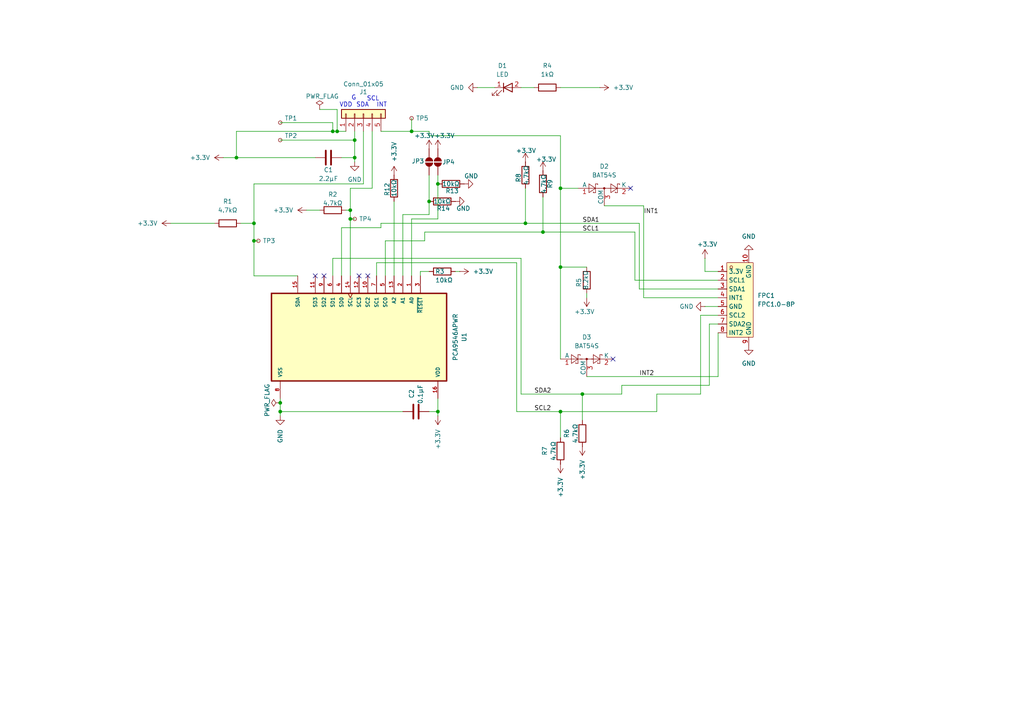
<source format=kicad_sch>
(kicad_sch (version 20250114) (generator "eeschema") (generator_version "9.0")
  (paper "A4")
  (title_block (title "Motion Play Sensor PCB") (date "2025-09-09") (rev "4.0"))
  (lib_symbols
    (symbol "Connector:TestPoint_Small" (pin_numbers (hide yes)) (pin_names (offset 0.762) (hide yes))
      (property "Reference" "TP" (at 0 3.81 0))
      (property "Value" "TestPoint_Small" (at 0 2.032 0))
      (symbol "TestPoint_Small_0_1"
        (circle (center 0 0) (radius 0.508))
      )
      (symbol "TestPoint_Small_1_1"
        (pin passive line (at 0 0 90) (length 0) (name "1") (number "1"))
      )
    )
    (symbol "Connector_Generic:Conn_01x05" (pin_names (offset 1.016) (hide yes))
      (property "Reference" "J" (at 0 7.62 0))
      (property "Value" "Conn_01x05" (at 0 -7.62 0))
      (symbol "Conn_01x05_1_1"
        (rectangle (start -1.27 6.35) (end 1.27 -6.35) (stroke (width 0.254)) (fill (type background)))
        (rectangle (start -1.27 5.207) (end 0 4.953) (stroke (width 0.1524)))
        (rectangle (start -1.27 2.667) (end 0 2.413) (stroke (width 0.1524)))
        (rectangle (start -1.27 0.127) (end 0 -0.127) (stroke (width 0.1524)))
        (rectangle (start -1.27 -2.413) (end 0 -2.667) (stroke (width 0.1524)))
        (rectangle (start -1.27 -4.953) (end 0 -5.207) (stroke (width 0.1524)))
        (pin passive line (at -5.08 5.08 0) (length 3.81) (name "Pin_1") (number "1"))
        (pin passive line (at -5.08 2.54 0) (length 3.81) (name "Pin_2") (number "2"))
        (pin passive line (at -5.08 0 0) (length 3.81) (name "Pin_3") (number "3"))
        (pin passive line (at -5.08 -2.54 0) (length 3.81) (name "Pin_4") (number "4"))
        (pin passive line (at -5.08 -5.08 0) (length 3.81) (name "Pin_5") (number "5"))
      )
    )
    (symbol "Device:C" (pin_numbers (hide yes)) (pin_names (offset 0.254))
      (property "Reference" "C" (at 0.635 2.54 0))
      (property "Value" "C" (at 0.635 -2.54 0))
      (symbol "C_0_1"
        (polyline (pts (xy -2.032 0.762) (xy 2.032 0.762)) (stroke (width 0.508)))
        (polyline (pts (xy -2.032 -0.762) (xy 2.032 -0.762)) (stroke (width 0.508)))
      )
      (symbol "C_1_1"
        (pin passive line (at 0 3.81 270) (length 2.794) (name "~") (number "1"))
        (pin passive line (at 0 -3.81 90) (length 2.794) (name "~") (number "2"))
      )
    )
    (symbol "Device:LED" (pin_names (offset 1.016) (hide yes))
      (property "Reference" "D" (at 0 2.54 0))
      (property "Value" "LED" (at 0 -2.54 0))
      (symbol "LED_0_1"
        (polyline (pts (xy -3.048 -0.762) (xy -4.572 -2.286) (xy -3.81 -2.286) (xy -4.572 -2.286) (xy -4.572 -1.524)))
        (polyline (pts (xy -1.778 -0.762) (xy -3.302 -2.286) (xy -2.54 -2.286) (xy -3.302 -2.286) (xy -3.302 -1.524)))
        (polyline (pts (xy -1.27 0) (xy 1.27 0)))
        (polyline (pts (xy -1.27 -1.27) (xy -1.27 1.27)) (stroke (width 0.254)))
        (polyline (pts (xy 1.27 -1.27) (xy 1.27 1.27) (xy -1.27 0) (xy 1.27 -1.27)) (stroke (width 0.254)))
      )
      (symbol "LED_1_1"
        (pin passive line (at -3.81 0 0) (length 2.54) (name "K") (number "1"))
        (pin passive line (at 3.81 0 180) (length 2.54) (name "A") (number "2"))
      )
    )
    (symbol "Device:R" (pin_numbers (hide yes)) (pin_names (offset 0))
      (property "Reference" "R" (at 2.032 0 90))
      (property "Value" "R" (at 0 0 90))
      (symbol "R_0_1"
        (rectangle (start -1.016 -2.54) (end 1.016 2.54) (stroke (width 0.254)))
      )
      (symbol "R_1_1"
        (pin passive line (at 0 3.81 270) (length 1.27) (name "~") (number "1"))
        (pin passive line (at 0 -3.81 90) (length 1.27) (name "~") (number "2"))
      )
    )
    (symbol "Diode:BAT54S" (pin_names (offset 0))
      (property "Reference" "D" (at 2.54 -5.08 0))
      (property "Value" "BAT54S" (at -6.35 3.175 0))
      (symbol "BAT54S_0_1"
        (polyline (pts (xy -4.445 1.27) (xy -4.445 -1.27) (xy -2.54 0) (xy -4.445 1.27)))
        (polyline (pts (xy -3.81 0) (xy -1.27 0)))
        (polyline (pts (xy -3.175 -1.27) (xy -3.175 -1.016)))
        (polyline (pts (xy -2.54 1.27) (xy -1.905 1.27)))
        (polyline (pts (xy -2.54 -1.27) (xy -3.175 -1.27)))
        (polyline (pts (xy -2.54 -1.27) (xy -2.54 1.27)))
        (polyline (pts (xy -1.905 1.27) (xy -1.905 1.016)))
        (polyline (pts (xy -1.905 0) (xy 1.905 0)))
        (circle (center 0 0) (radius 0.254) (fill (type outline)))
        (polyline (pts (xy 1.27 0) (xy 3.81 0)))
        (polyline (pts (xy 1.905 1.27) (xy 1.905 -1.27) (xy 3.81 0) (xy 1.905 1.27)))
        (polyline (pts (xy 3.175 -1.27) (xy 3.175 -1.016)))
        (polyline (pts (xy 3.81 1.27) (xy 4.445 1.27)))
        (polyline (pts (xy 3.81 -1.27) (xy 3.175 -1.27)))
        (polyline (pts (xy 3.81 -1.27) (xy 3.81 1.27)))
        (polyline (pts (xy 4.445 1.27) (xy 4.445 1.016)))
      )
      (symbol "BAT54S_1_1"
        (pin passive line (at -7.62 0 0) (length 3.81) (name "A") (number "1"))
        (pin passive line (at 0 -5.08 90) (length 5.08) (name "COM") (number "3"))
        (pin passive line (at 7.62 0 180) (length 3.81) (name "K") (number "2"))
      )
    )
    (symbol "Jumper:SolderJumper_2_Open" (pin_numbers (hide yes)) (pin_names (offset 0) (hide yes)) (in_bom no)
      (property "Reference" "JP" (at 0 2.032 0))
      (property "Value" "SolderJumper_2_Open" (at 0 -2.54 0))
      (symbol "SolderJumper_2_Open_0_1"
        (polyline (pts (xy -0.254 1.016) (xy -0.254 -1.016)))
        (arc (start -0.254 -1.016) (mid -1.2656 0) (end -0.254 1.016))
        (arc (start -0.254 -1.016) (mid -1.2656 0) (end -0.254 1.016) (fill (type outline)))
        (arc (start 0.254 1.016) (mid 1.2656 0) (end 0.254 -1.016))
        (arc (start 0.254 1.016) (mid 1.2656 0) (end 0.254 -1.016) (fill (type outline)))
        (polyline (pts (xy 0.254 1.016) (xy 0.254 -1.016)))
      )
      (symbol "SolderJumper_2_Open_1_1"
        (pin passive line (at -3.81 0 0) (length 2.54) (name "A") (number "1"))
        (pin passive line (at 3.81 0 180) (length 2.54) (name "B") (number "2"))
      )
    )
    (symbol "easyeda2kicad:FPC1.0-8P"
      (property "Reference" "FPC1" (at 6.35 1.9051 0))
      (property "Value" "FPC1.0-8P" (at 6.35 -0.6349 0))
      (symbol "FPC1.0-8P_0_1"
        (rectangle (start -2.54 11.43) (end 5.08 -10.16) (fill (type background)))
        (circle (center -1.27 10.16) (radius 0.38))
        (pin power_out line (at -5.08 8.89 0) (length 2.54) (name "3.3V") (number "1"))
      )
      (symbol "FPC1.0-8P_1_1"
        (pin bidirectional line (at -5.08 6.35 0) (length 2.54) (name "SCL1") (number "2"))
        (pin bidirectional line (at -5.08 3.81 0) (length 2.54) (name "SDA1") (number "3"))
        (pin input line (at -5.08 1.27 0) (length 2.54) (name "INT1") (number "4"))
        (pin power_in line (at -5.08 -1.27 0) (length 2.54) (name "GND") (number "5"))
        (pin bidirectional line (at -5.08 -3.81 0) (length 2.54) (name "SCL2") (number "6"))
        (pin bidirectional line (at -5.08 -6.35 0) (length 2.54) (name "SDA2") (number "7"))
        (pin input line (at -5.08 -8.89 0) (length 2.54) (name "INT2") (number "8"))
        (pin power_in line (at 3.81 13.97 270) (length 2.54) (name "GND") (number "10"))
        (pin power_in line (at 3.81 -12.7 90) (length 2.54) (name "GND") (number "9"))
      )
    )
    (symbol "motion-play-symbols:PCA9546APWR" (pin_names (offset 1.016))
      (property "Reference" "U1" (at 0 30.48 0))
      (property "Value" "PCA9546APWR" (at 0 27.94 0))
      (symbol "PCA9546APWR_0_0"
        (rectangle (start -12.7 -25.4) (end 12.7 25.4) (stroke (width 0.41)) (fill (type background)))
        (pin input line (at -17.78 17.78 0) (length 5.08) (name "~{RESET}") (number "3"))
        (pin input line (at -17.78 15.24 0) (length 5.08) (name "A0") (number "1"))
        (pin input line (at -17.78 12.7 0) (length 5.08) (name "A1") (number "2"))
        (pin input line (at -17.78 10.16 0) (length 5.08) (name "A2") (number "13"))
        (pin input clock (at -17.78 -2.54 0) (length 5.08) (name "SCL") (number "14"))
        (pin input line (at -17.78 -5.08 0) (length 5.08) (name "SD0") (number "4"))
        (pin input line (at -17.78 -7.62 0) (length 5.08) (name "SD1") (number "6"))
        (pin input line (at -17.78 -10.16 0) (length 5.08) (name "SD2") (number "9"))
        (pin input line (at -17.78 -12.7 0) (length 5.08) (name "SD3") (number "11"))
        (pin bidirectional line (at -17.78 -17.78 0) (length 5.08) (name "SDA") (number "15"))
        (pin power_in line (at 17.78 22.86 180) (length 5.08) (name "VDD") (number "16"))
        (pin power_in line (at 17.78 -22.86 180) (length 5.08) (name "VSS") (number "8"))
      )
      (symbol "PCA9546APWR_1_0"
        (pin bidirectional line (at -17.78 7.62 0) (length 5.08) (name "SC0") (number "5"))
        (pin bidirectional line (at -17.78 5.08 0) (length 5.08) (name "SC1") (number "7"))
        (pin bidirectional line (at -17.78 2.54 0) (length 5.08) (name "SC2") (number "10"))
        (pin bidirectional line (at -17.78 0 0) (length 5.08) (name "SC3") (number "12"))
      )
    )
    (symbol "power:+3.3V" (power) (pin_numbers (hide yes)) (pin_names (offset 0) (hide yes))
      (property "Value" "+3.3V" (at 0 3.556 0))
      (symbol "+3.3V_0_1"
        (polyline (pts (xy -0.762 1.27) (xy 0 2.54)))
        (polyline (pts (xy 0 2.54) (xy 0.762 1.27)))
        (polyline (pts (xy 0 0) (xy 0 2.54)))
      )
      (symbol "+3.3V_1_1"
        (pin power_in line (at 0 0 90) (length 0) (name "~") (number "1"))
      )
    )
    (symbol "power:GND" (power) (pin_numbers (hide yes)) (pin_names (offset 0) (hide yes))
      (property "Value" "GND" (at 0 -3.81 0))
      (symbol "GND_0_1"
        (polyline (pts (xy 0 0) (xy 0 -1.27) (xy 1.27 -1.27) (xy 0 -2.54) (xy -1.27 -1.27) (xy 0 -1.27)))
      )
      (symbol "GND_1_1"
        (pin power_in line (at 0 0 270) (length 0) (name "~") (number "1"))
      )
    )
    (symbol "power:PWR_FLAG" (power) (pin_numbers (hide yes)) (pin_names (offset 0) (hide yes))
      (property "Value" "PWR_FLAG" (at 0 3.81 0))
      (symbol "PWR_FLAG_0_0"
        (pin power_out line (at 0 0 90) (length 0) (name "~") (number "1"))
      )
      (symbol "PWR_FLAG_0_1"
        (polyline (pts (xy 0 0) (xy 0 1.27) (xy -1.016 1.905) (xy 0 2.54) (xy 1.016 1.905) (xy 0 1.27)))
      )
    )
  )
  (text "SDA" (at 105.156 30.48 0) (effects (font (size 1.27 1.27))))
  (text "G" (at 102.616 28.448 0) (effects (font (size 1.27 1.27))))
  (text "SCL" (at 108.204 28.702 0) (effects (font (size 1.27 1.27))))
  (text "VDD" (at 100.33 30.48 0) (effects (font (size 1.27 1.27))))
  (text "INT" (at 110.744 30.48 0) (effects (font (size 1.27 1.27))))
  (junction (at 119.38 38.1))
  (junction (at 162.56 119.38))
  (junction (at 162.56 54.61))
  (junction (at 124.46 58.42))
  (junction (at 101.6 60.96))
  (junction (at 96.52 38.1))
  (junction (at 162.56 77.47))
  (junction (at 127 53.34))
  (junction (at 127 119.38))
  (junction (at 73.66 69.85))
  (junction (at 81.28 116.84))
  (junction (at 97.79 38.1))
  (junction (at 101.6 63.5))
  (junction (at 73.66 64.77))
  (junction (at 152.4 64.77))
  (junction (at 81.28 119.38))
  (junction (at 157.48 67.31))
  (junction (at 102.87 40.64))
  (junction (at 168.91 114.3))
  (junction (at 68.58 45.72))
  (junction (at 102.87 45.72))
  (no_connect (at 177.8 104.14))
  (no_connect (at 91.44 80.01))
  (no_connect (at 93.98 80.01))
  (no_connect (at 182.88 54.61))
  (no_connect (at 104.14 80.01))
  (no_connect (at 106.68 80.01))
  (wire (pts (xy 109.22 76.2) (xy 149.86 76.2)))
  (wire (pts (xy 100.33 60.96) (xy 101.6 60.96)))
  (wire (pts (xy 124.46 39.37) (xy 124.46 38.1)))
  (wire (pts (xy 180.34 111.76) (xy 205.74 111.76)))
  (wire (pts (xy 152.4 54.61) (xy 152.4 64.77)))
  (wire (pts (xy 152.4 64.77) (xy 185.42 64.77)))
  (wire (pts (xy 110.49 64.77) (xy 152.4 64.77)))
  (wire (pts (xy 162.56 25.4) (xy 173.99 25.4)))
  (wire (pts (xy 149.86 76.2) (xy 149.86 119.38)))
  (wire (pts (xy 124.46 58.42) (xy 124.46 62.23)))
  (wire (pts (xy 81.28 119.38) (xy 81.28 116.84)))
  (wire (pts (xy 151.13 114.3) (xy 168.91 114.3)))
  (wire (pts (xy 124.46 38.1) (xy 119.38 38.1)))
  (wire (pts (xy 73.66 53.34) (xy 73.66 64.77)))
  (wire (pts (xy 110.49 66.04) (xy 99.06 66.04)))
  (wire (pts (xy 203.2 91.44) (xy 208.28 91.44)))
  (wire (pts (xy 186.69 59.69) (xy 186.69 86.36)))
  (wire (pts (xy 151.13 74.93) (xy 151.13 114.3)))
  (wire (pts (xy 162.56 54.61) (xy 167.64 54.61)))
  (wire (pts (xy 69.85 64.77) (xy 73.66 64.77)))
  (wire (pts (xy 92.71 31.75) (xy 97.79 31.75)))
  (wire (pts (xy 203.2 114.3) (xy 203.2 91.44)))
  (wire (pts (xy 180.34 114.3) (xy 168.91 114.3)))
  (wire (pts (xy 73.66 64.77) (xy 73.66 69.85)))
  (wire (pts (xy 101.6 60.96) (xy 101.6 63.5)))
  (wire (pts (xy 116.84 62.23) (xy 116.84 80.01)))
  (wire (pts (xy 81.28 119.38) (xy 116.84 119.38)))
  (wire (pts (xy 101.6 63.5) (xy 102.87 63.5)))
  (wire (pts (xy 101.6 54.61) (xy 101.6 60.96)))
  (wire (pts (xy 170.18 109.22) (xy 208.28 109.22)))
  (wire (pts (xy 102.87 45.72) (xy 102.87 46.99)))
  (wire (pts (xy 162.56 119.38) (xy 190.5 119.38)))
  (wire (pts (xy 99.06 66.04) (xy 99.06 80.01)))
  (wire (pts (xy 149.86 119.38) (xy 162.56 119.38)))
  (wire (pts (xy 121.92 78.74) (xy 124.46 78.74)))
  (wire (pts (xy 96.52 74.93) (xy 151.13 74.93)))
  (wire (pts (xy 127 63.5) (xy 119.38 63.5)))
  (wire (pts (xy 205.74 111.76) (xy 205.74 93.98)))
  (wire (pts (xy 105.41 53.34) (xy 73.66 53.34)))
  (wire (pts (xy 186.69 86.36) (xy 208.28 86.36)))
  (wire (pts (xy 73.66 69.85) (xy 74.93 69.85)))
  (wire (pts (xy 111.76 69.85) (xy 111.76 80.01)))
  (wire (pts (xy 123.19 67.31) (xy 157.48 67.31)))
  (wire (pts (xy 123.19 69.85) (xy 123.19 67.31)))
  (wire (pts (xy 184.15 81.28) (xy 208.28 81.28)))
  (wire (pts (xy 97.79 38.1) (xy 100.33 38.1)))
  (wire (pts (xy 101.6 63.5) (xy 101.6 80.01)))
  (wire (pts (xy 68.58 38.1) (xy 68.58 45.72)))
  (wire (pts (xy 88.9 60.96) (xy 92.71 60.96)))
  (wire (pts (xy 162.56 127) (xy 162.56 119.38)))
  (wire (pts (xy 204.47 78.74) (xy 204.47 74.93)))
  (wire (pts (xy 175.26 59.69) (xy 186.69 59.69)))
  (wire (pts (xy 127 119.38) (xy 127 115.57)))
  (wire (pts (xy 105.41 38.1) (xy 105.41 53.34)))
  (wire (pts (xy 170.18 77.47) (xy 162.56 77.47)))
  (wire (pts (xy 68.58 38.1) (xy 96.52 38.1)))
  (wire (pts (xy 81.28 120.65) (xy 81.28 119.38)))
  (wire (pts (xy 190.5 114.3) (xy 190.5 119.38)))
  (wire (pts (xy 73.66 69.85) (xy 73.66 80.01)))
  (wire (pts (xy 81.28 35.56) (xy 96.52 35.56)))
  (wire (pts (xy 96.52 38.1) (xy 97.79 38.1)))
  (wire (pts (xy 190.5 114.3) (xy 203.2 114.3)))
  (wire (pts (xy 185.42 83.82) (xy 208.28 83.82)))
  (wire (pts (xy 96.52 80.01) (xy 96.52 74.93)))
  (wire (pts (xy 162.56 39.37) (xy 162.56 54.61)))
  (wire (pts (xy 110.49 38.1) (xy 119.38 38.1)))
  (wire (pts (xy 184.15 67.31) (xy 184.15 81.28)))
  (wire (pts (xy 204.47 88.9) (xy 208.28 88.9)))
  (wire (pts (xy 49.53 64.77) (xy 62.23 64.77)))
  (wire (pts (xy 68.58 45.72) (xy 91.44 45.72)))
  (wire (pts (xy 151.13 25.4) (xy 154.94 25.4)))
  (wire (pts (xy 208.28 78.74) (xy 204.47 78.74)))
  (wire (pts (xy 119.38 63.5) (xy 119.38 80.01)))
  (wire (pts (xy 109.22 80.01) (xy 109.22 76.2)))
  (wire (pts (xy 110.49 66.04) (xy 110.49 64.77)))
  (wire (pts (xy 81.28 40.64) (xy 102.87 40.64)))
  (wire (pts (xy 64.77 45.72) (xy 68.58 45.72)))
  (wire (pts (xy 127 120.65) (xy 127 119.38)))
  (wire (pts (xy 99.06 45.72) (xy 102.87 45.72)))
  (wire (pts (xy 162.56 77.47) (xy 162.56 104.14)))
  (wire (pts (xy 102.87 40.64) (xy 102.87 45.72)))
  (wire (pts (xy 114.3 58.42) (xy 114.3 80.01)))
  (wire (pts (xy 180.34 111.76) (xy 180.34 114.3)))
  (wire (pts (xy 162.56 54.61) (xy 162.56 77.47)))
  (wire (pts (xy 124.46 39.37) (xy 162.56 39.37)))
  (wire (pts (xy 107.95 38.1) (xy 107.95 54.61)))
  (wire (pts (xy 81.28 116.84) (xy 81.28 115.57)))
  (wire (pts (xy 102.87 38.1) (xy 102.87 40.64)))
  (wire (pts (xy 124.46 119.38) (xy 127 119.38)))
  (wire (pts (xy 96.52 35.56) (xy 96.52 38.1)))
  (wire (pts (xy 168.91 121.92) (xy 168.91 114.3)))
  (wire (pts (xy 73.66 80.01) (xy 86.36 80.01)))
  (wire (pts (xy 97.79 31.75) (xy 97.79 38.1)))
  (wire (pts (xy 107.95 54.61) (xy 101.6 54.61)))
  (wire (pts (xy 124.46 50.8) (xy 124.46 58.42)))
  (wire (pts (xy 127 53.34) (xy 127 63.5)))
  (wire (pts (xy 124.46 62.23) (xy 116.84 62.23)))
  (wire (pts (xy 157.48 67.31) (xy 184.15 67.31)))
  (wire (pts (xy 132.08 78.74) (xy 133.35 78.74)))
  (wire (pts (xy 121.92 80.01) (xy 121.92 78.74)))
  (wire (pts (xy 157.48 57.15) (xy 157.48 67.31)))
  (wire (pts (xy 138.43 25.4) (xy 143.51 25.4)))
  (wire (pts (xy 123.19 69.85) (xy 111.76 69.85)))
  (wire (pts (xy 185.42 64.77) (xy 185.42 83.82)))
  (wire (pts (xy 119.38 34.29) (xy 119.38 38.1)))
  (wire (pts (xy 170.18 85.09) (xy 170.18 86.36)))
  (wire (pts (xy 205.74 93.98) (xy 208.28 93.98)))
  (wire (pts (xy 127 50.8) (xy 127 53.34)))
  (wire (pts (xy 208.28 109.22) (xy 208.28 96.52)))
  (label "SCL2" (at 154.94 119.38 0))
  (label "SDA2" (at 154.94 114.3 0))
  (label "INT2" (at 185.42 109.22 0))
  (label "INT1" (at 186.69 62.23 0))
  (label "SCL1" (at 168.91 67.31 0))
  (label "SDA1" (at 168.91 64.77 0))
  (symbol (lib_id "Device:R") (at 96.52 60.96 90) (unit 1)
    (property "Reference" "R2" (at 96.52 56.388 90))
    (property "Value" "4.7kΩ" (at 96.52 58.928 90))
    (property "Footprint" "Resistor_SMD:R_0603_1608Metric" (effects (hide yes)))
    (property "Description" "Resistor" (effects (hide yes)))
    (property "LCSC Part" "C99782" (effects (hide yes)))
  )
  (symbol (lib_id "Device:R") (at 152.4 50.8 180) (unit 1)
    (property "Reference" "R8" (at 150.368 51.562 90))
    (property "Value" "4.7kΩ" (at 152.654 50.8 90))
    (property "Footprint" "Resistor_SMD:R_0603_1608Metric" (effects (hide yes)))
    (property "Description" "Resistor" (effects (hide yes)))
    (property "LCSC Part" "C99782" (effects (hide yes)))
  )
  (symbol (lib_id "power:GND") (at 217.17 100.33 0) (unit 1)
    (property "Reference" "#PWR018" (effects (hide yes)))
    (property "Value" "GND" (at 217.17 105.41 0))
    (property "Description" "Power symbol creates a global label with name \"GND\" , ground" (effects (hide yes)))
  )
  (symbol (lib_id "power:+3.3V") (at 127 120.65 180) (unit 1)
    (property "Reference" "#PWR08" (effects (hide yes)))
    (property "Value" "+3.3V" (at 127.0001 124.46 90) (effects (justify left)))
    (property "Description" "Power symbol creates a global label with name \"+3.3V\"" (effects (hide yes)))
  )
  (symbol (lib_id "power:+3.3V") (at 168.91 129.54 180) (unit 1)
    (property "Reference" "#PWR028" (effects (hide yes)))
    (property "Value" "+3.3V" (at 168.9099 133.35 90) (effects (justify left)))
    (property "Description" "Power symbol creates a global label with name \"+3.3V\"" (effects (hide yes)))
  )
  (symbol (lib_id "Connector:TestPoint_Small") (at 81.28 40.64 0) (unit 1)
    (property "Reference" "TP2" (at 82.55 39.37 0) (effects (justify left)))
    (property "Value" "TestPoint_Small" (effects (hide yes)))
    (property "Footprint" "TestPoint:TestPoint_Pad_D1.5mm" (effects (hide yes)))
    (property "Description" "test point" (effects (hide yes)))
  )
  (symbol (lib_id "power:+3.3V") (at 173.99 25.4 270) (unit 1)
    (property "Reference" "#PWR011" (effects (hide yes)))
    (property "Value" "+3.3V" (at 177.8 25.4001 90) (effects (justify left)))
    (property "Description" "Power symbol creates a global label with name \"+3.3V\"" (effects (hide yes)))
  )
  (symbol (lib_id "Connector:TestPoint_Small") (at 102.87 63.5 0) (unit 1)
    (property "Reference" "TP4" (at 104.14 63.4999 0) (effects (justify left)))
    (property "Value" "TestPoint_Small" (effects (hide yes)))
    (property "Footprint" "TestPoint:TestPoint_Pad_D1.5mm" (effects (hide yes)))
    (property "Description" "test point" (effects (hide yes)))
  )
  (symbol (lib_id "power:GND") (at 102.87 46.99 0) (unit 1)
    (property "Reference" "#PWR05" (effects (hide yes)))
    (property "Value" "GND" (at 102.87 52.07 0))
    (property "Description" "Power symbol creates a global label with name \"GND\" , ground" (effects (hide yes)))
  )
  (symbol (lib_id "Device:R") (at 114.3 54.61 180) (unit 1)
    (property "Reference" "R12" (at 112.268 56.896 90) (effects (justify right)))
    (property "Value" "10kΩ" (at 114.3 57.15 90) (effects (justify right)))
    (property "Footprint" "Resistor_SMD:R_0603_1608Metric" (effects (hide yes)))
    (property "Description" "Resistor" (effects (hide yes)))
    (property "LCSC Part" "C25804" (effects (hide yes)))
  )
  (symbol (lib_id "Connector_Generic:Conn_01x05") (at 105.41 33.02 90) (unit 1)
    (property "Reference" "J1" (at 105.41 26.67 90))
    (property "Value" "Conn_01x05" (at 105.41 24.384 90))
    (property "Footprint" "Connector_JST:JST_SH_SM05B-SRSS-TB_1x05-1MP_P1.00mm_Horizontal" (effects (hide yes)))
    (property "Description" "JST-SH 1mm pitch 5 pin single row connector, right angle, surface mount" (effects (hide yes)))
    (property "LCSC Part" "C136657" (effects (hide yes)))
  )
  (symbol (lib_id "power:GND") (at 217.17 73.66 180) (unit 1)
    (property "Reference" "#PWR019" (effects (hide yes)))
    (property "Value" "GND" (at 217.17 68.58 0))
    (property "Description" "Power symbol creates a global label with name \"GND\" , ground" (effects (hide yes)))
  )
  (symbol (lib_id "motion-play-symbols:PCA9546APWR") (at 104.14 97.79 270) (unit 1)
    (property "Reference" "U1" (at 134.62 97.79 0))
    (property "Value" "PCA9546APWR" (at 132.08 97.79 0))
    (property "Footprint" "motion-play-footprints:SOP65P640X120-16N" (effects (hide yes)))
    (property "LCSC Part" "C400705" (effects (hide yes)))
  )
  (symbol (lib_id "Device:LED") (at 147.32 25.4 0) (unit 1)
    (property "Reference" "D1" (at 145.7325 19.05 0))
    (property "Value" "LED" (at 145.7325 21.59 0))
    (property "Footprint" "LED_SMD:LED_0603_1608Metric" (effects (hide yes)))
    (property "Description" "Light emitting diode" (effects (hide yes)))
    (property "Sim.Pins" "1=K 2=A" (effects (hide yes)))
    (property "LCSC Part" "C19171301" (effects (hide yes)))
  )
  (symbol (lib_id "power:+3.3V") (at 152.4 46.99 0) (unit 1)
    (property "Reference" "#PWR026" (effects (hide yes)))
    (property "Value" "+3.3V" (at 149.606 43.688 0) (effects (justify left)))
    (property "Description" "Power symbol creates a global label with name \"+3.3V\"" (effects (hide yes)))
  )
  (symbol (lib_id "power:+3.3V") (at 170.18 86.36 180) (unit 1)
    (property "Reference" "#PWR013" (effects (hide yes)))
    (property "Value" "+3.3V" (at 172.466 90.424 0) (effects (justify left)))
    (property "Description" "Power symbol creates a global label with name \"+3.3V\"" (effects (hide yes)))
  )
  (symbol (lib_id "Device:R") (at 168.91 125.73 180) (unit 1)
    (property "Reference" "R6" (at 164.338 125.73 90))
    (property "Value" "4.7kΩ" (at 166.878 125.73 90))
    (property "Footprint" "Resistor_SMD:R_0603_1608Metric" (effects (hide yes)))
    (property "Description" "Resistor" (effects (hide yes)))
    (property "LCSC Part" "C99782" (effects (hide yes)))
  )
  (symbol (lib_id "power:GND") (at 132.08 58.42 90) (unit 1)
    (property "Reference" "#PWR015" (effects (hide yes)))
    (property "Value" "GND" (at 132.334 60.452 90) (effects (justify right)))
    (property "Description" "Power symbol creates a global label with name \"GND\" , ground" (effects (hide yes)))
  )
  (symbol (lib_id "power:+3.3V") (at 88.9 60.96 90) (unit 1)
    (property "Reference" "#PWR04" (effects (hide yes)))
    (property "Value" "+3.3V" (at 85.09 60.9599 90) (effects (justify left)))
    (property "Description" "Power symbol creates a global label with name \"+3.3V\"" (effects (hide yes)))
  )
  (symbol (lib_id "power:GND") (at 204.47 88.9 270) (unit 1)
    (property "Reference" "#PWR017" (effects (hide yes)))
    (property "Value" "GND" (at 201.168 88.9 90) (effects (justify right)))
    (property "Description" "Power symbol creates a global label with name \"GND\" , ground" (effects (hide yes)))
  )
  (symbol (lib_id "Device:C") (at 95.25 45.72 270) (unit 1)
    (property "Reference" "C1" (at 95.25 49.276 90))
    (property "Value" "2.2µF" (at 95.25 51.816 90))
    (property "Footprint" "Capacitor_SMD:C_0603_1608Metric" (effects (hide yes)))
    (property "Description" "Unpolarized capacitor" (effects (hide yes)))
    (property "LCSC Part" "C23630" (effects (hide yes)))
  )
  (symbol (lib_id "power:+3.3V") (at 114.3 50.8 0) (unit 1)
    (property "Reference" "#PWR06" (effects (hide yes)))
    (property "Value" "+3.3V" (at 114.2999 46.99 90) (effects (justify left)))
    (property "Description" "Power symbol creates a global label with name \"+3.3V\"" (effects (hide yes)))
  )
  (symbol (lib_id "power:+3.3V") (at 133.35 78.74 270) (unit 1)
    (property "Reference" "#PWR09" (effects (hide yes)))
    (property "Value" "+3.3V" (at 137.16 78.7399 90) (effects (justify left)))
    (property "Description" "Power symbol creates a global label with name \"+3.3V\"" (effects (hide yes)))
  )
  (symbol (lib_id "Connector:TestPoint_Small") (at 81.28 35.56 0) (unit 1)
    (property "Reference" "TP1" (at 82.55 34.29 0) (effects (justify left)))
    (property "Value" "TestPoint_Small" (effects (hide yes)))
    (property "Footprint" "TestPoint:TestPoint_Pad_D1.5mm" (effects (hide yes)))
    (property "Description" "test point" (effects (hide yes)))
  )
  (symbol (lib_id "Device:R") (at 158.75 25.4 90) (unit 1)
    (property "Reference" "R4" (at 158.75 19.05 90))
    (property "Value" "1kΩ" (at 158.75 21.59 90))
    (property "Footprint" "Resistor_SMD:R_0603_1608Metric" (effects (hide yes)))
    (property "Description" "Resistor" (effects (hide yes)))
    (property "LCSC Part" "C22548" (effects (hide yes)))
  )
  (symbol (lib_id "Device:R") (at 128.27 78.74 90) (unit 1)
    (property "Reference" "R3" (at 126.238 78.74 90) (effects (justify right)))
    (property "Value" "10kΩ" (at 126.238 81.28 90) (effects (justify right)))
    (property "Footprint" "Resistor_SMD:R_0603_1608Metric" (effects (hide yes)))
    (property "Description" "Resistor" (effects (hide yes)))
    (property "LCSC Part" "C25804" (effects (hide yes)))
  )
  (symbol (lib_id "power:+3.3V") (at 124.46 43.18 0) (unit 1)
    (property "Reference" "#PWR07" (effects (hide yes)))
    (property "Value" "+3.3V" (at 120.142 39.37 0) (effects (justify left)))
    (property "Description" "Power symbol creates a global label with name \"+3.3V\"" (effects (hide yes)))
  )
  (symbol (lib_id "Device:R") (at 128.27 58.42 270) (unit 1)
    (property "Reference" "R14" (at 130.556 60.452 90) (effects (justify right)))
    (property "Value" "10kΩ" (at 130.81 58.42 90) (effects (justify right)))
    (property "Footprint" "Resistor_SMD:R_0603_1608Metric" (effects (hide yes)))
    (property "Description" "Resistor" (effects (hide yes)))
    (property "LCSC Part" "C25804" (effects (hide yes)))
  )
  (symbol (lib_id "power:+3.3V") (at 204.47 74.93 0) (unit 1)
    (property "Reference" "#PWR016" (effects (hide yes)))
    (property "Value" "+3.3V" (at 202.184 70.866 0) (effects (justify left)))
    (property "Description" "Power symbol creates a global label with name \"+3.3V\"" (effects (hide yes)))
  )
  (symbol (lib_id "Connector:TestPoint_Small") (at 74.93 69.85 0) (unit 1)
    (property "Reference" "TP3" (at 76.2 69.8499 0) (effects (justify left)))
    (property "Value" "TestPoint_Small" (effects (hide yes)))
    (property "Footprint" "TestPoint:TestPoint_Pad_D1.5mm" (effects (hide yes)))
    (property "Description" "test point" (effects (hide yes)))
  )
  (symbol (lib_id "easyeda2kicad:FPC1.0-8P") (at 213.36 87.63 0) (unit 1)
    (property "Reference" "FPC1" (at 219.71 85.7249 0) (effects (justify left)))
    (property "Value" "FPC1.0-8P" (at 219.71 88.2649 0) (effects (justify left)))
    (property "Footprint" ":FPC-SMD_8P-P1.00_FPC1.0-8P-SJ" (effects (hide yes)))
    (property "Datasheet" "https://lcsc.com/product-detail/FPC-Connectors_FPCsocket-1mmpitch-8P-Pull-type-Pick-up_C132510.html" (effects (hide yes)))
    (property "LCSC Part" "C132510" (effects (hide yes)))
  )
  (symbol (lib_id "Device:R") (at 130.81 53.34 270) (unit 1)
    (property "Reference" "R13" (at 133.096 55.372 90) (effects (justify right)))
    (property "Value" "10kΩ" (at 133.35 53.34 90) (effects (justify right)))
    (property "Footprint" "Resistor_SMD:R_0603_1608Metric" (effects (hide yes)))
    (property "Description" "Resistor" (effects (hide yes)))
    (property "LCSC Part" "C25804" (effects (hide yes)))
  )
  (symbol (lib_id "Connector:TestPoint_Small") (at 119.38 34.29 0) (unit 1)
    (property "Reference" "TP5" (at 120.65 34.2899 0) (effects (justify left)))
    (property "Value" "TestPoint_Small" (effects (hide yes)))
    (property "Footprint" "TestPoint:TestPoint_Pad_D1.5mm" (effects (hide yes)))
    (property "Description" "test point" (effects (hide yes)))
  )
  (symbol (lib_id "Device:R") (at 170.18 81.28 180) (unit 1)
    (property "Reference" "R5" (at 167.894 83.312 90) (effects (justify right)))
    (property "Value" "8.2kΩ" (at 169.926 84.074 90) (effects (justify right)))
    (property "Footprint" "Resistor_SMD:R_0603_1608Metric" (effects (hide yes)))
    (property "Description" "Resistor" (effects (hide yes)))
    (property "LCSC Part" "C25981" (effects (hide yes)))
  )
  (symbol (lib_id "Device:C") (at 120.65 119.38 90) (unit 1)
    (property "Reference" "C2" (at 119.3799 115.57 0) (effects (justify left)))
    (property "Value" "0.1µF" (at 121.92 111.506 0) (effects (justify right)))
    (property "Footprint" "Capacitor_SMD:C_0603_1608Metric" (effects (hide yes)))
    (property "Description" "Unpolarized capacitor" (effects (hide yes)))
    (property "LCSC Part" "C14663" (effects (hide yes)))
  )
  (symbol (lib_id "power:+3.3V") (at 64.77 45.72 90) (unit 1)
    (property "Reference" "#PWR02" (effects (hide yes)))
    (property "Value" "+3.3V" (at 60.96 45.7199 90) (effects (justify left)))
    (property "Description" "Power symbol creates a global label with name \"+3.3V\"" (effects (hide yes)))
  )
  (symbol (lib_id "power:PWR_FLAG") (at 92.71 31.75 0) (unit 1)
    (property "Reference" "#FLG03" (effects (hide yes)))
    (property "Value" "PWR_FLAG" (at 93.472 27.94 0))
    (property "Description" "Special symbol for telling ERC where power comes from" (effects (hide yes)))
  )
  (symbol (lib_id "power:GND") (at 81.28 120.65 0) (unit 1)
    (property "Reference" "#PWR03" (effects (hide yes)))
    (property "Value" "GND" (at 81.2801 124.46 90) (effects (justify right)))
    (property "Description" "Power symbol creates a global label with name \"GND\" , ground" (effects (hide yes)))
  )
  (symbol (lib_id "Device:R") (at 157.48 53.34 180) (unit 1)
    (property "Reference" "R9" (at 159.512 53.34 90))
    (property "Value" "4.7kΩ" (at 157.734 53.34 90))
    (property "Footprint" "Resistor_SMD:R_0603_1608Metric" (effects (hide yes)))
    (property "Description" "Resistor" (effects (hide yes)))
    (property "LCSC Part" "C99782" (effects (hide yes)))
  )
  (symbol (lib_id "power:+3.3V") (at 157.48 49.53 0) (unit 1)
    (property "Reference" "#PWR027" (effects (hide yes)))
    (property "Value" "+3.3V" (at 155.448 46.228 0) (effects (justify left)))
    (property "Description" "Power symbol creates a global label with name \"+3.3V\"" (effects (hide yes)))
  )
  (symbol (lib_id "power:GND") (at 134.62 53.34 90) (unit 1)
    (property "Reference" "#PWR014" (effects (hide yes)))
    (property "Value" "GND" (at 134.62 51.054 90) (effects (justify right)))
    (property "Description" "Power symbol creates a global label with name \"GND\" , ground" (effects (hide yes)))
  )
  (symbol (lib_id "Diode:BAT54S") (at 175.26 54.61 0) (unit 1)
    (property "Reference" "D2" (at 175.26 48.26 0))
    (property "Value" "BAT54S" (at 175.26 50.8 0))
    (property "Footprint" "Package_TO_SOT_SMD:SOT-23" (effects (hide yes)))
    (property "Datasheet" "https://www.diodes.com/assets/Datasheets/ds11005.pdf" (effects (hide yes)))
    (property "Description" "Vr 30V, If 200mA, Dual schottky barrier diode, in series, SOT-323" (effects (hide yes)))
    (property "LCSC Part" "C727126" (effects (hide yes)))
  )
  (symbol (lib_id "power:+3.3V") (at 127 43.18 0) (unit 1)
    (property "Reference" "#PWR012" (effects (hide yes)))
    (property "Value" "+3.3V" (at 125.984 39.37 0) (effects (justify left)))
    (property "Description" "Power symbol creates a global label with name \"+3.3V\"" (effects (hide yes)))
  )
  (symbol (lib_id "Diode:BAT54S") (at 170.18 104.14 0) (unit 1)
    (property "Reference" "D3" (at 170.18 97.79 0))
    (property "Value" "BAT54S" (at 170.18 100.33 0))
    (property "Footprint" "Package_TO_SOT_SMD:SOT-23" (effects (hide yes)))
    (property "Datasheet" "https://www.diodes.com/assets/Datasheets/ds11005.pdf" (effects (hide yes)))
    (property "Description" "Vr 30V, If 200mA, Dual schottky barrier diode, in series, SOT-323" (effects (hide yes)))
    (property "LCSC Part" "C727126" (effects (hide yes)))
  )
  (symbol (lib_id "Jumper:SolderJumper_2_Open") (at 127 46.99 90) (unit 1) (in_bom no)
    (property "Reference" "JP4" (at 128.27 46.99 90) (effects (justify right)))
    (property "Value" "SolderJumper_2_Open" (effects (hide yes)))
    (property "Footprint" "Jumper:SolderJumper-2_P1.3mm_Open_RoundedPad1.0x1.5mm" (effects (hide yes)))
    (property "Description" "Solder Jumper, 2-pole, open" (effects (hide yes)))
  )
  (symbol (lib_id "Jumper:SolderJumper_2_Open") (at 124.46 46.99 90) (unit 1) (in_bom no)
    (property "Reference" "JP3" (at 119.38 46.736 90) (effects (justify right)))
    (property "Value" "SolderJumper_2_Open" (effects (hide yes)))
    (property "Footprint" "Jumper:SolderJumper-2_P1.3mm_Open_RoundedPad1.0x1.5mm" (effects (hide yes)))
    (property "Description" "Solder Jumper, 2-pole, open" (effects (hide yes)))
  )
  (symbol (lib_id "Device:R") (at 162.56 130.81 180) (unit 1)
    (property "Reference" "R7" (at 157.988 130.81 90))
    (property "Value" "4.7kΩ" (at 160.528 130.81 90))
    (property "Footprint" "Resistor_SMD:R_0603_1608Metric" (effects (hide yes)))
    (property "Description" "Resistor" (effects (hide yes)))
    (property "LCSC Part" "C99782" (effects (hide yes)))
  )
  (symbol (lib_id "Device:R") (at 66.04 64.77 90) (unit 1)
    (property "Reference" "R1" (at 66.04 58.42 90))
    (property "Value" "4.7kΩ" (at 66.04 60.96 90))
    (property "Footprint" "Resistor_SMD:R_0603_1608Metric" (effects (hide yes)))
    (property "Description" "Resistor" (effects (hide yes)))
    (property "LCSC Part" "C99782" (effects (hide yes)))
  )
  (symbol (lib_id "power:+3.3V") (at 49.53 64.77 90) (unit 1)
    (property "Reference" "#PWR01" (effects (hide yes)))
    (property "Value" "+3.3V" (at 45.72 64.7699 90) (effects (justify left)))
    (property "Description" "Power symbol creates a global label with name \"+3.3V\"" (effects (hide yes)))
  )
  (symbol (lib_id "power:GND") (at 138.43 25.4 270) (unit 1)
    (property "Reference" "#PWR010" (effects (hide yes)))
    (property "Value" "GND" (at 134.62 25.3999 90) (effects (justify right)))
    (property "Description" "Power symbol creates a global label with name \"GND\" , ground" (effects (hide yes)))
  )
  (symbol (lib_id "power:PWR_FLAG") (at 81.28 116.84 90) (unit 1)
    (property "Reference" "#FLG04" (effects (hide yes)))
    (property "Value" "PWR_FLAG" (at 77.47 116.078 0))
    (property "Description" "Special symbol for telling ERC where power comes from" (effects (hide yes)))
  )
  (symbol (lib_id "power:+3.3V") (at 162.56 134.62 180) (unit 1)
    (property "Reference" "#PWR029" (effects (hide yes)))
    (property "Value" "+3.3V" (at 162.5599 138.43 90) (effects (justify left)))
    (property "Description" "Power symbol creates a global label with name \"+3.3V\"" (effects (hide yes)))
  )
)
</source>
